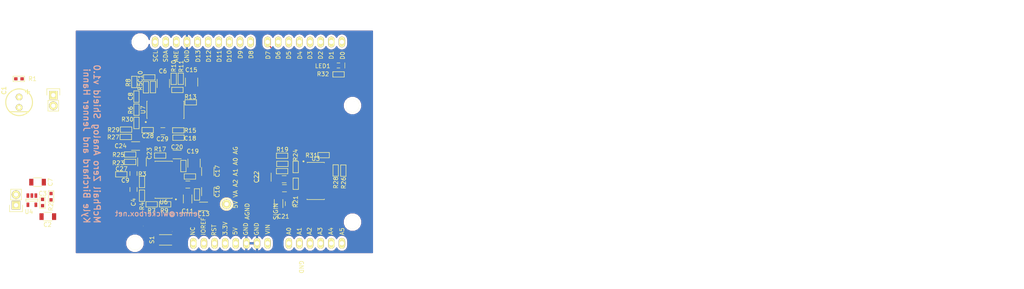
<source format=kicad_pcb>
(kicad_pcb (version 4) (host pcbnew 4.0.7-e2-6376~58~ubuntu16.04.1)
  (title_block (title "Project Title") (date 2017-08-14) (rev v1.0) (company "Released under the CERN Open Hardware License v1.2") (comment 1 "Project based on template adapted by jenner@wickerbox.net") (comment 2 "Original template by Jonathan (poulc13)"))
  (layers (0 F.Cu signal) (31 B.Cu signal) (34 B.Paste user) (35 F.Paste user) (36 B.SilkS user) (37 F.SilkS user) (38 B.Mask user) (39 F.Mask user) (44 Edge.Cuts user))
  (net 0 "")
  (net 1 GND)
  (net 2 +5V)
  (net 3 "Net-(C2-Pad1)")
  (net 4 "Net-(C4-Pad1)")
  (net 5 "Net-(C5-Pad1)")
  (net 6 "Net-(C11-Pad2)")
  (net 7 "Net-(C8-Pad1)")
  (net 8 "Net-(C8-Pad2)")
  (net 9 "Net-(C10-Pad1)")
  (net 10 "Net-(C11-Pad1)")
  (net 11 "Net-(C12-Pad1)")
  (net 12 "Net-(C12-Pad2)")
  (net 13 "Net-(C13-Pad1)")
  (net 14 "Net-(C15-Pad2)")
  (net 15 "Net-(C16-Pad1)")
  (net 16 "Net-(C17-Pad1)")
  (net 17 "Net-(C18-Pad2)")
  (net 18 "Net-(C19-Pad1)")
  (net 19 "Net-(C20-Pad1)")
  (net 20 "Net-(C21-Pad1)")
  (net 21 "Net-(C21-Pad2)")
  (net 22 /A0)
  (net 23 "Net-(C23-Pad1)")
  (net 24 "Net-(C24-Pad1)")
  (net 25 +3V3)
  (net 26 "Net-(C27-Pad1)")
  (net 27 "Net-(C28-Pad1)")
  (net 28 "Net-(C28-Pad2)")
  (net 29 "Net-(J2-Pad1)")
  (net 30 /A2)
  (net 31 /A1)
  (net 32 "Net-(LED1-Pad1)")
  (net 33 "Net-(R7-Pad2)")
  (net 34 "Net-(R22-Pad1)")
  (net 35 "Net-(R24-Pad1)")
  (net 36 "Net-(R31-Pad2)")
  (net 37 "Net-(U3-Pad12)")
  (net 38 /PHOTO_K)
  (net 39 /VREF)
  (net 40 /LINE_IN)
  (net 41 "Net-(LED1-Pad2)")
  (net 42 "Net-(S1-Pad1)")
  (module Wickerlib:RLC-0603-SMD (layer F.Cu) (at 92.99448 152.60504 270)
    (fp_text reference R28)
    (fp_text value 22K hide)
    (fp_text user %R (at 2.8836 -0.0508 270) (layer F.SilkS))
    (pad 1 smd rect (at -0.75 0 270) (size 0.8 0.75) (layers F.Cu F.Paste F.Mask) (net 30 /A2))
    (pad 2 smd rect (at 0.75 0 270) (size 0.8 0.75) (layers F.Cu F.Paste F.Mask) (net 31 /A1))
  )
  (module Wickerlib:CAP-RADIAL-ALUM-D6.3MM-P2.5MM (layer F.Cu) (at 17.2466 136.2148 270)
    (fp_text reference C1)
    (fp_text value 330uF hide)
    (fp_text user %R (at -2.825 3.625 270) (layer F.SilkS) (effects (font (size 1.016 1.016) (thickness 0.2032))))
    (pad 1 thru_hole circle (at -1.25 0 270) (size 1.6 1.6) (drill 0.8) (layers *.Cu *.Mask F.SilkS) (net 2 +5V))
    (pad 2 thru_hole circle (at 1.25 0 270) (size 1.6 1.6) (drill 0.8) (layers *.Cu *.Mask F.SilkS) (net 1 GND))
  )
  (module Wickerlib:RLC-0805-SMD (layer F.Cu) (at 80.663536 154.675254 180)
    (fp_text reference C25)
    (fp_text value 10uF hide)
    (pad 1 smd rect (at -1 0 180) (size 1 1.25) (layers F.Cu F.Paste F.Mask) (net 25 +3V3))
    (pad 2 smd rect (at 1 0 180) (size 1 1.25) (layers F.Cu F.Paste F.Mask) (net 1 GND))
  )
  (module Wickerlib:RLC-0603-SMD (layer F.Cu) (at 54.23408 130.57054 90)
    (fp_text reference R10)
    (fp_text value 732 hide)
    (fp_text user %R (at 3.0219 0 90) (layer F.SilkS))
    (pad 1 smd rect (at -0.75 0 90) (size 0.8 0.75) (layers F.Cu F.Paste F.Mask) (net 12 "Net-(C12-Pad2)"))
    (pad 2 smd rect (at 0.75 0 90) (size 0.8 0.75) (layers F.Cu F.Paste F.Mask) (net 9 "Net-(C10-Pad1)"))
  )
  (module Wickerlib:RLC-0603-SMD (layer F.Cu) (at 58.090309 154.012601 180)
    (fp_text reference R14)
    (fp_text value 470 hide)
    (pad 1 smd rect (at -0.75 0 180) (size 0.8 0.75) (layers F.Cu F.Paste F.Mask) (net 15 "Net-(C16-Pad1)"))
    (pad 2 smd rect (at 0.75 0 180) (size 0.8 0.75) (layers F.Cu F.Paste F.Mask) (net 39 /VREF))
  )
  (module Wickerlib:RLC-1206-SMD (layer F.Cu) (at 79.328694 160.509084 270)
    (fp_text reference C21 (at 3.082156 -1.118186 540) (layer F.SilkS))
    (fp_text value 4.7uF hide)
    (pad 1 smd rect (at -1.5 0 270) (size 1 1.6) (layers F.Cu F.Paste F.Mask) (net 20 "Net-(C21-Pad1)"))
    (pad 2 smd rect (at 1.5 0 270) (size 1 1.6) (layers F.Cu F.Paste F.Mask) (net 21 "Net-(C21-Pad2)"))
  )
  (module Wickerlib:RLC-1206-SMD (layer F.Cu) (at 24.11336 163.63188 180)
    (fp_text reference C2 (at 0.0748 -1.9304 360) (layer F.SilkS))
    (fp_text value DNP hide)
    (pad 1 smd rect (at -1.5 0 180) (size 1 1.6) (layers F.Cu F.Paste F.Mask) (net 3 "Net-(C2-Pad1)"))
    (pad 2 smd rect (at 1.5 0 180) (size 1 1.6) (layers F.Cu F.Paste F.Mask) (net 38 /PHOTO_K))
  )
  (module Wickerlib:RLC-0603-SMD (layer F.Cu) (at 22.849399 160.257709 90)
    (fp_text reference C3)
    (fp_text value 220nF hide)
    (fp_text user %R (at 2.16 0.03 180) (layer F.SilkS))
    (pad 1 smd rect (at -0.75 0 90) (size 0.8 0.75) (layers F.Cu F.Paste F.Mask) (net 2 +5V))
    (pad 2 smd rect (at 0.75 0 90) (size 0.8 0.75) (layers F.Cu F.Paste F.Mask) (net 1 GND))
  )
  (module Wickerlib:RLC-0805-SMD (layer F.Cu) (at 44.614909 157.124101 270)
    (fp_text reference C4)
    (fp_text value 1uF hide)
    (fp_text user %R (at 3.048 0 270) (layer F.SilkS))
    (pad 1 smd rect (at -1 0 270) (size 1 1.25) (layers F.Cu F.Paste F.Mask) (net 4 "Net-(C4-Pad1)"))
    (pad 2 smd rect (at 1 0 270) (size 1 1.25) (layers F.Cu F.Paste F.Mask) (net 1 GND))
  )
  (module Wickerlib:RLC-0603-SMD (layer F.Cu) (at 49.28108 132.61524 270)
    (fp_text reference C5)
    (fp_text value 39nF hide)
    (pad 1 smd rect (at -0.75 0 270) (size 0.8 0.75) (layers F.Cu F.Paste F.Mask) (net 5 "Net-(C5-Pad1)"))
    (pad 2 smd rect (at 0.75 0 270) (size 0.8 0.75) (layers F.Cu F.Paste F.Mask) (net 39 /VREF))
  )
  (module Wickerlib:RLC-1210-SMD (layer F.Cu) (at 51.75758 131.71284 90)
    (fp_text reference C6)
    (fp_text value 22uF hide)
    (fp_text user %R (at 2.945 -0.1143 180) (layer F.SilkS))
    (pad 1 smd rect (at -1.5 0 90) (size 1 2.5) (layers F.Cu F.Paste F.Mask) (net 39 /VREF))
    (pad 2 smd rect (at 1.5 0 90) (size 1 2.5) (layers F.Cu F.Paste F.Mask) (net 1 GND))
  )
  (module Wickerlib:RLC-1206-SMD (layer F.Cu) (at 21.659799 155.374109)
    (fp_text reference C7 (at 3.084892 0.000226 90) (layer F.SilkS))
    (fp_text value 1.5uF hide)
    (pad 1 smd rect (at -1.5 0) (size 1 1.6) (layers F.Cu F.Paste F.Mask) (net 6 "Net-(C11-Pad2)"))
    (pad 2 smd rect (at 1.5 0) (size 1 1.6) (layers F.Cu F.Paste F.Mask) (net 3 "Net-(C2-Pad1)"))
  )
  (module Wickerlib:RLC-0603-SMD (layer F.Cu) (at 45.318718 134.833402 90)
    (fp_text reference C8)
    (fp_text value 10nF hide)
    (fp_text user %R (at 0.020362 -1.397038 270) (layer F.SilkS))
    (pad 1 smd rect (at -0.75 0 90) (size 0.8 0.75) (layers F.Cu F.Paste F.Mask) (net 7 "Net-(C8-Pad1)"))
    (pad 2 smd rect (at 0.75 0 90) (size 0.8 0.75) (layers F.Cu F.Paste F.Mask) (net 8 "Net-(C8-Pad2)"))
  )
  (module Wickerlib:RLC-0805-SMD (layer F.Cu) (at 44.614909 153.298101 270)
    (fp_text reference C9)
    (fp_text value 1uF hide)
    (fp_text user %R (at 1.657139 1.963229 360) (layer F.SilkS))
    (pad 1 smd rect (at -1 0 270) (size 1 1.25) (layers F.Cu F.Paste F.Mask) (net 39 /VREF))
    (pad 2 smd rect (at 1 0 270) (size 1 1.25) (layers F.Cu F.Paste F.Mask) (net 1 GND))
  )
  (module Wickerlib:RLC-0603-SMD (layer F.Cu) (at 48.41748 130.25374)
    (fp_text reference C10)
    (fp_text value 270nF hide)
    (fp_text user %R (at -2.159 -0.1651 90) (layer F.SilkS))
    (pad 1 smd rect (at -0.75 0) (size 0.8 0.75) (layers F.Cu F.Paste F.Mask) (net 9 "Net-(C10-Pad1)"))
    (pad 2 smd rect (at 0.75 0) (size 0.8 0.75) (layers F.Cu F.Paste F.Mask) (net 39 /VREF))
  )
  (module Wickerlib:RLC-1206-SMD (layer F.Cu) (at 57.564909 159.397401 270)
    (fp_text reference C11 (at 2.918 -0.004 360) (layer F.SilkS))
    (fp_text value 1.5uF hide)
    (pad 1 smd rect (at -1.5 0 270) (size 1 1.6) (layers F.Cu F.Paste F.Mask) (net 10 "Net-(C11-Pad1)"))
    (pad 2 smd rect (at 1.5 0 270) (size 1 1.6) (layers F.Cu F.Paste F.Mask) (net 6 "Net-(C11-Pad2)"))
  )
  (module Wickerlib:RLC-0603-SMD (layer F.Cu) (at 55.09698 133.27634 180)
    (fp_text reference C12)
    (fp_text value 10nF hide)
    (pad 1 smd rect (at -0.75 0 180) (size 0.8 0.75) (layers F.Cu F.Paste F.Mask) (net 11 "Net-(C12-Pad1)"))
    (pad 2 smd rect (at 0.75 0 180) (size 0.8 0.75) (layers F.Cu F.Paste F.Mask) (net 12 "Net-(C12-Pad2)"))
  )
  (module Wickerlib:RLC-1206-SMD (layer F.Cu) (at 61.378909 161.188101 180)
    (fp_text reference C13 (at 0 -1.778 180) (layer F.SilkS))
    (fp_text value 1.5uF hide)
    (pad 1 smd rect (at -1.5 0 180) (size 1 1.6) (layers F.Cu F.Paste F.Mask) (net 13 "Net-(C13-Pad1)"))
    (pad 2 smd rect (at 1.5 0 180) (size 1 1.6) (layers F.Cu F.Paste F.Mask) (net 6 "Net-(C11-Pad2)"))
  )
  (module Wickerlib:RLC-0805-SMD (layer F.Cu) (at 57.603709 155.943001)
    (fp_text reference C14)
    (fp_text value 1uF hide)
    (pad 1 smd rect (at -1 0) (size 1 1.25) (layers F.Cu F.Paste F.Mask) (net 2 +5V))
    (pad 2 smd rect (at 1 0) (size 1 1.25) (layers F.Cu F.Paste F.Mask) (net 1 GND))
  )
  (module Wickerlib:RLC-1210-SMD (layer F.Cu) (at 62.394909 157.632101 270)
    (fp_text reference C16)
    (fp_text value 2.2uF hide)
    (fp_text user %R (at 0 -2.286 270) (layer F.SilkS))
    (pad 1 smd rect (at -1.5 0 270) (size 1 2.5) (layers F.Cu F.Paste F.Mask) (net 15 "Net-(C16-Pad1)"))
    (pad 2 smd rect (at 1.5 0 270) (size 1 2.5) (layers F.Cu F.Paste F.Mask) (net 13 "Net-(C13-Pad1)"))
  )
  (module Wickerlib:RLC-1210-SMD (layer F.Cu) (at 62.394909 152.806101 270)
    (fp_text reference C17)
    (fp_text value 2.2uF hide)
    (fp_text user %R (at -0.060661 -2.303971 450) (layer F.SilkS))
    (pad 1 smd rect (at -1.5 0 270) (size 1 2.5) (layers F.Cu F.Paste F.Mask) (net 16 "Net-(C17-Pad1)"))
    (pad 2 smd rect (at 1.5 0 270) (size 1 2.5) (layers F.Cu F.Paste F.Mask) (net 15 "Net-(C16-Pad1)"))
  )
  (module Wickerlib:RLC-0603-SMD (layer F.Cu) (at 55.35168 144.71904 180)
    (fp_text reference C18)
    (fp_text value 33pF hide)
    (fp_text user %R (at -2.8194 -0.1524 180) (layer F.SilkS))
    (pad 1 smd rect (at -0.75 0 180) (size 0.8 0.75) (layers F.Cu F.Paste F.Mask) (net 40 /LINE_IN))
    (pad 2 smd rect (at 0.75 0 180) (size 0.8 0.75) (layers F.Cu F.Paste F.Mask) (net 17 "Net-(C18-Pad2)"))
  )
  (module Wickerlib:RLC-1210-SMD (layer F.Cu) (at 59.105609 150.810801 270)
    (fp_text reference C19)
    (fp_text value 2.2uF hide)
    (fp_text user %R (at -2.840561 0.324929 360) (layer F.SilkS))
    (pad 1 smd rect (at -1.5 0 270) (size 1 2.5) (layers F.Cu F.Paste F.Mask) (net 18 "Net-(C19-Pad1)"))
    (pad 2 smd rect (at 1.5 0 270) (size 1 2.5) (layers F.Cu F.Paste F.Mask) (net 15 "Net-(C16-Pad1)"))
  )
  (module Wickerlib:RLC-1206-SMD (layer F.Cu) (at 55.052909 148.742101)
    (fp_text reference C20 (at -0.024 -1.778) (layer F.SilkS))
    (fp_text value 4.7uF hide)
    (pad 1 smd rect (at -1.5 0) (size 1 1.6) (layers F.Cu F.Paste F.Mask) (net 19 "Net-(C20-Pad1)"))
    (pad 2 smd rect (at 1.5 0) (size 1 1.6) (layers F.Cu F.Paste F.Mask) (net 18 "Net-(C19-Pad1)"))
  )
  (module Wickerlib:RLC-1206-SMD (layer F.Cu) (at 46.646909 150.544101 90)
    (fp_text reference C23 (at 2.056 1.778 90) (layer F.SilkS))
    (fp_text value 4.7uF hide)
    (pad 1 smd rect (at -1.5 0 90) (size 1 1.6) (layers F.Cu F.Paste F.Mask) (net 23 "Net-(C23-Pad1)"))
    (pad 2 smd rect (at 1.5 0 90) (size 1 1.6) (layers F.Cu F.Paste F.Mask) (net 19 "Net-(C20-Pad1)"))
  )
  (module Wickerlib:RLC-1206-SMD (layer F.Cu) (at 45.122909 146.710101)
    (fp_text reference C24 (at -3.588829 -0.009861 180) (layer F.SilkS))
    (fp_text value 4.7uF hide)
    (pad 1 smd rect (at -1.5 0) (size 1 1.6) (layers F.Cu F.Paste F.Mask) (net 24 "Net-(C24-Pad1)"))
    (pad 2 smd rect (at 1.5 0) (size 1 1.6) (layers F.Cu F.Paste F.Mask) (net 19 "Net-(C20-Pad1)"))
  )
  (module Wickerlib:RLC-0603-SMD (layer F.Cu) (at 83.441536 155.779454 270)
    (fp_text reference C26)
    (fp_text value 100nF hide)
    (pad 1 smd rect (at -0.75 0 270) (size 0.8 0.75) (layers F.Cu F.Paste F.Mask) (net 25 +3V3))
    (pad 2 smd rect (at 0.75 0 270) (size 0.8 0.75) (layers F.Cu F.Paste F.Mask) (net 1 GND))
  )
  (module Wickerlib:RLC-0603-SMD (layer F.Cu) (at 41.731309 153.491901)
    (fp_text reference C27)
    (fp_text value 22nF hide)
    (fp_text user %R (at 0.005971 -1.305261) (layer F.SilkS))
    (pad 1 smd rect (at -0.75 0) (size 0.8 0.75) (layers F.Cu F.Paste F.Mask) (net 26 "Net-(C27-Pad1)"))
    (pad 2 smd rect (at 0.75 0) (size 0.8 0.75) (layers F.Cu F.Paste F.Mask) (net 39 /VREF))
  )
  (module Wickerlib:RLC-0603-SMD (layer F.Cu) (at 48.03718 142.90294)
    (fp_text reference C28)
    (fp_text value 10nF hide)
    (fp_text user %R (at 0 1.397) (layer F.SilkS))
    (pad 1 smd rect (at -0.75 0) (size 0.8 0.75) (layers F.Cu F.Paste F.Mask) (net 27 "Net-(C28-Pad1)"))
    (pad 2 smd rect (at 0.75 0) (size 0.8 0.75) (layers F.Cu F.Paste F.Mask) (net 28 "Net-(C28-Pad2)"))
  )
  (module Wickerlib:RLC-0805-SMD (layer F.Cu) (at 51.64658 143.15694)
    (fp_text reference C29)
    (fp_text value 1uF hide)
    (fp_text user %R (at -0.1049 1.8669) (layer F.SilkS))
    (pad 1 smd rect (at -1 0) (size 1 1.25) (layers F.Cu F.Paste F.Mask) (net 2 +5V))
    (pad 2 smd rect (at 1 0) (size 1 1.25) (layers F.Cu F.Paste F.Mask) (net 1 GND))
  )
  (module Wickerlib:CONN-HEADER-STRAIGHT-P2.54MM-1x02 (layer F.Cu) (at 16.50746 160.88868 180)
    (fp_text reference J1)
    (fp_text value "INSECT DETECTION" hide)
    (pad 1 thru_hole rect (at 0 0 180) (size 2.032 2.032) (drill 1.016) (layers *.Cu *.Mask F.SilkS) (net 38 /PHOTO_K))
    (pad 2 thru_hole oval (at 0 2.54 180) (size 2.032 2.032) (drill 1.016) (layers *.Cu *.Mask F.SilkS) (net 1 GND))
  )
  (module Wickerlib:CONN-HEADER-STRAIGHT-P2.54MM-1x02 (layer F.Cu) (at 25.4254 134.5184)
    (fp_text reference J2)
    (fp_text value EMITTERS hide)
    (pad 1 thru_hole rect (at 0 0) (size 2.032 2.032) (drill 1.016) (layers *.Cu *.Mask F.SilkS) (net 29 "Net-(J2-Pad1)"))
    (pad 2 thru_hole oval (at 0 2.54) (size 2.032 2.032) (drill 1.016) (layers *.Cu *.Mask F.SilkS) (net 1 GND))
  )
  (module Wickerlib:LED-0603-SMD (layer F.Cu) (at 93.6618 127.4064 180)
    (fp_text reference LED1)
    (fp_text value AMBER hide)
    (fp_text user %R (at 3.77882 -0.1143 360) (layer F.SilkS))
    (pad 1 smd rect (at -0.75 0 180) (size 0.8 0.75) (layers F.Cu F.Paste F.Mask) (net 32 "Net-(LED1-Pad1)"))
    (pad 2 smd rect (at 0.75 0 180) (size 0.8 0.75) (layers F.Cu F.Paste F.Mask) (net 41 "Net-(LED1-Pad2)"))
  )
  (module Wickerlib:RLC-0603-SMD (layer F.Cu) (at 17.2078 130.6068)
    (fp_text reference R1)
    (fp_text value 220 hide)
    (fp_text user %R (at 3.2392 0) (layer F.SilkS))
    (pad 1 smd rect (at -0.75 0) (size 0.8 0.75) (layers F.Cu F.Paste F.Mask) (net 2 +5V))
    (pad 2 smd rect (at 0.75 0) (size 0.8 0.75) (layers F.Cu F.Paste F.Mask) (net 29 "Net-(J2-Pad1)"))
  )
  (module Wickerlib:RLC-0603-SMD (layer F.Cu) (at 24.889399 158.857709 270)
    (fp_text reference R2)
    (fp_text value 64.9K hide)
    (fp_text user %R (at 2.462771 0.038039 450) (layer F.SilkS))
    (pad 1 smd rect (at -0.75 0 270) (size 0.8 0.75) (layers F.Cu F.Paste F.Mask) (net 3 "Net-(C2-Pad1)"))
    (pad 2 smd rect (at 0.75 0 270) (size 0.8 0.75) (layers F.Cu F.Paste F.Mask) (net 38 /PHOTO_K))
  )
  (module Wickerlib:RLC-0603-SMD (layer F.Cu) (at 46.646909 155.358101 270)
    (fp_text reference R3)
    (fp_text value 100K hide)
    (fp_text user %R (at -1.926861 -0.068771 360) (layer F.SilkS))
    (pad 1 smd rect (at -0.75 0 270) (size 0.8 0.75) (layers F.Cu F.Paste F.Mask) (net 2 +5V))
    (pad 2 smd rect (at 0.75 0 270) (size 0.8 0.75) (layers F.Cu F.Paste F.Mask) (net 4 "Net-(C4-Pad1)"))
  )
  (module Wickerlib:RLC-0603-SMD (layer F.Cu) (at 46.646909 158.648101 270)
    (fp_text reference R4)
    (fp_text value 100K hide)
    (fp_text user %R (at 2.4645 0 270) (layer F.SilkS))
    (pad 1 smd rect (at -0.75 0 270) (size 0.8 0.75) (layers F.Cu F.Paste F.Mask) (net 4 "Net-(C4-Pad1)"))
    (pad 2 smd rect (at 0.75 0 270) (size 0.8 0.75) (layers F.Cu F.Paste F.Mask) (net 1 GND))
  )
  (module Wickerlib:RLC-0603-SMD (layer F.Cu) (at 47.59198 132.59124 90)
    (fp_text reference R5)
    (fp_text value 1.87K hide)
    (fp_text user %R (at 0.1658 -1.3843 90) (layer F.SilkS))
    (pad 1 smd rect (at -0.75 0 90) (size 0.8 0.75) (layers F.Cu F.Paste F.Mask) (net 8 "Net-(C8-Pad2)"))
    (pad 2 smd rect (at 0.75 0 90) (size 0.8 0.75) (layers F.Cu F.Paste F.Mask) (net 5 "Net-(C5-Pad1)"))
  )
  (module Wickerlib:RLC-0603-SMD (layer F.Cu) (at 45.33138 138.02544 270)
    (fp_text reference R6)
    (fp_text value 3.83K hide)
    (fp_text user %R (at 0.0882 1.4097 270) (layer F.SilkS))
    (pad 1 smd rect (at -0.75 0 270) (size 0.8 0.75) (layers F.Cu F.Paste F.Mask) (net 7 "Net-(C8-Pad1)"))
    (pad 2 smd rect (at 0.75 0 270) (size 0.8 0.75) (layers F.Cu F.Paste F.Mask) (net 5 "Net-(C5-Pad1)"))
  )
  (module Wickerlib:RLC-0603-SMD (layer F.Cu) (at 48.920909 160.680101 180)
    (fp_text reference R7)
    (fp_text value 10 hide)
    (fp_text user %R (at -0.012 -1.524 180) (layer F.SilkS))
    (pad 1 smd rect (at -0.75 0 180) (size 0.8 0.75) (layers F.Cu F.Paste F.Mask) (net 39 /VREF))
    (pad 2 smd rect (at 0.75 0 180) (size 0.8 0.75) (layers F.Cu F.Paste F.Mask) (net 33 "Net-(R7-Pad2)"))
  )
  (module Wickerlib:RLC-0603-SMD (layer F.Cu) (at 44.81068 131.38474 270)
    (fp_text reference R8)
    (fp_text value 1.43K hide)
    (fp_text user %R (at 0.1263 1.4478 270) (layer F.SilkS))
    (pad 1 smd rect (at -0.75 0 270) (size 0.8 0.75) (layers F.Cu F.Paste F.Mask) (net 9 "Net-(C10-Pad1)"))
    (pad 2 smd rect (at 0.75 0 270) (size 0.8 0.75) (layers F.Cu F.Paste F.Mask) (net 7 "Net-(C8-Pad1)"))
  )
  (module Wickerlib:RLC-0603-SMD (layer F.Cu) (at 52.150017 160.680101 180)
    (fp_text reference R9)
    (fp_text value 1.02K hide)
    (fp_text user %R (at 0.169108 -1.524 180) (layer F.SilkS))
    (pad 1 smd rect (at -0.75 0 180) (size 0.8 0.75) (layers F.Cu F.Paste F.Mask) (net 6 "Net-(C11-Pad2)"))
    (pad 2 smd rect (at 0.75 0 180) (size 0.8 0.75) (layers F.Cu F.Paste F.Mask) (net 39 /VREF))
  )
  (module Wickerlib:RLC-0603-SMD (layer F.Cu) (at 55.92318 130.55854 90)
    (fp_text reference R11)
    (fp_text value 1.43K hide)
    (fp_text user %R (at 2.9591 0.0889 90) (layer F.SilkS))
    (pad 1 smd rect (at -0.75 0 90) (size 0.8 0.75) (layers F.Cu F.Paste F.Mask) (net 11 "Net-(C12-Pad1)"))
    (pad 2 smd rect (at 0.75 0 90) (size 0.8 0.75) (layers F.Cu F.Paste F.Mask) (net 9 "Net-(C10-Pad1)"))
  )
  (module Wickerlib:RLC-0603-SMD (layer F.Cu) (at 59.814909 158.292101 90)
    (fp_text reference R12)
    (fp_text value 2.26K hide)
    (pad 1 smd rect (at -0.75 0 90) (size 0.8 0.75) (layers F.Cu F.Paste F.Mask) (net 13 "Net-(C13-Pad1)"))
    (pad 2 smd rect (at 0.75 0 90) (size 0.8 0.75) (layers F.Cu F.Paste F.Mask) (net 10 "Net-(C11-Pad1)"))
  )
  (module Wickerlib:RLC-0603-SMD (layer F.Cu) (at 58.28608 136.23544 180)
    (fp_text reference R13)
    (fp_text value 10K hide)
    (fp_text user %R (at 0.0388 1.3208 180) (layer F.SilkS))
    (pad 1 smd rect (at -0.75 0 180) (size 0.8 0.75) (layers F.Cu F.Paste F.Mask) (net 14 "Net-(C15-Pad2)"))
    (pad 2 smd rect (at 0.75 0 180) (size 0.8 0.75) (layers F.Cu F.Paste F.Mask) (net 17 "Net-(C18-Pad2)"))
  )
  (module Wickerlib:RLC-0603-SMD (layer F.Cu) (at 55.30158 142.95374 180)
    (fp_text reference R15)
    (fp_text value 97.6K hide)
    (fp_text user %R (at -2.8949 -0.0381 180) (layer F.SilkS))
    (pad 1 smd rect (at -0.75 0 180) (size 0.8 0.75) (layers F.Cu F.Paste F.Mask) (net 40 /LINE_IN))
    (pad 2 smd rect (at 0.75 0 180) (size 0.8 0.75) (layers F.Cu F.Paste F.Mask) (net 17 "Net-(C18-Pad2)"))
  )
  (module Wickerlib:RLC-0603-SMD (layer F.Cu) (at 56.552909 151.548101 270)
    (fp_text reference R16)
    (fp_text value 2.26K hide)
    (pad 1 smd rect (at -0.75 0 270) (size 0.8 0.75) (layers F.Cu F.Paste F.Mask) (net 18 "Net-(C19-Pad1)"))
    (pad 2 smd rect (at 0.75 0 270) (size 0.8 0.75) (layers F.Cu F.Paste F.Mask) (net 16 "Net-(C17-Pad1)"))
  )
  (module Wickerlib:RLC-0603-SMD (layer F.Cu) (at 50.952909 148.996101 180)
    (fp_text reference R17)
    (fp_text value 68 hide)
    (fp_text user %R (at -0.012 1.524 180) (layer F.SilkS))
    (pad 1 smd rect (at -0.75 0 180) (size 0.8 0.75) (layers F.Cu F.Paste F.Mask) (net 19 "Net-(C20-Pad1)"))
    (pad 2 smd rect (at 0.75 0 180) (size 0.8 0.75) (layers F.Cu F.Paste F.Mask) (net 39 /VREF))
  )
  (module Wickerlib:RLC-0603-SMD (layer F.Cu) (at 80.138836 152.732154 180)
    (fp_text reference R18)
    (fp_text value 91K hide)
    (pad 1 smd rect (at -0.75 0 180) (size 0.8 0.75) (layers F.Cu F.Paste F.Mask) (net 25 +3V3))
    (pad 2 smd rect (at 0.75 0 180) (size 0.8 0.75) (layers F.Cu F.Paste F.Mask) (net 22 /A0))
  )
  (module Wickerlib:RLC-0603-SMD (layer F.Cu) (at 80.20488 149.03704)
    (fp_text reference R19)
    (fp_text value 91K hide)
    (fp_text user %R (at 0.0388 -1.4732) (layer F.SilkS))
    (pad 1 smd rect (at -0.75 0) (size 0.8 0.75) (layers F.Cu F.Paste F.Mask) (net 22 /A0))
    (pad 2 smd rect (at 0.75 0) (size 0.8 0.75) (layers F.Cu F.Paste F.Mask) (net 1 GND))
  )
  (module Wickerlib:RLC-0805-SMD (layer F.Cu) (at 80.736436 156.834254)
    (fp_text reference R20)
    (fp_text value 200K hide)
    (pad 1 smd rect (at -1 0) (size 1 1.25) (layers F.Cu F.Paste F.Mask) (net 25 +3V3))
    (pad 2 smd rect (at 1 0) (size 1 1.25) (layers F.Cu F.Paste F.Mask) (net 20 "Net-(C21-Pad1)"))
  )
  (module Wickerlib:RLC-0805-SMD (layer F.Cu) (at 81.792494 160.529784 270)
    (fp_text reference R21)
    (fp_text value 200K hide)
    (fp_text user %R (at -0.469144 -1.626186 270) (layer F.SilkS))
    (pad 1 smd rect (at -1 0 270) (size 1 1.25) (layers F.Cu F.Paste F.Mask) (net 20 "Net-(C21-Pad1)"))
    (pad 2 smd rect (at 1 0 270) (size 1 1.25) (layers F.Cu F.Paste F.Mask) (net 21 "Net-(C21-Pad2)"))
  )
  (module Wickerlib:RLC-0603-SMD (layer F.Cu) (at 80.215036 150.992254 180)
    (fp_text reference R22)
    (fp_text value 2.2K hide)
    (pad 1 smd rect (at -0.75 0 180) (size 0.8 0.75) (layers F.Cu F.Paste F.Mask) (net 34 "Net-(R22-Pad1)"))
    (pad 2 smd rect (at 0.75 0 180) (size 0.8 0.75) (layers F.Cu F.Paste F.Mask) (net 22 /A0))
  )
  (module Wickerlib:RLC-0603-SMD (layer F.Cu) (at 43.840909 150.520101)
    (fp_text reference R23)
    (fp_text value 2.26K hide)
    (fp_text user %R (at -2.8709 0.2667) (layer F.SilkS))
    (pad 1 smd rect (at -0.75 0) (size 0.8 0.75) (layers F.Cu F.Paste F.Mask) (net 24 "Net-(C24-Pad1)"))
    (pad 2 smd rect (at 0.75 0) (size 0.8 0.75) (layers F.Cu F.Paste F.Mask) (net 23 "Net-(C23-Pad1)"))
  )
  (module Wickerlib:RLC-0603-SMD (layer F.Cu) (at 83.428836 151.766254 270)
    (fp_text reference R24)
    (fp_text value 22K hide)
    (fp_text user %R (at -2.881614 0.035556 270) (layer F.SilkS))
    (pad 1 smd rect (at -0.75 0 270) (size 0.8 0.75) (layers F.Cu F.Paste F.Mask) (net 35 "Net-(R24-Pad1)"))
    (pad 2 smd rect (at 0.75 0 270) (size 0.8 0.75) (layers F.Cu F.Paste F.Mask) (net 34 "Net-(R22-Pad1)"))
  )
  (module Wickerlib:RLC-0603-SMD (layer F.Cu) (at 43.840909 148.742101)
    (fp_text reference R25)
    (fp_text value 4.32K hide)
    (fp_text user %R (at -2.840229 0.066339) (layer F.SilkS))
    (pad 1 smd rect (at -0.75 0) (size 0.8 0.75) (layers F.Cu F.Paste F.Mask) (net 26 "Net-(C27-Pad1)"))
    (pad 2 smd rect (at 0.75 0) (size 0.8 0.75) (layers F.Cu F.Paste F.Mask) (net 24 "Net-(C24-Pad1)"))
  )
  (module Wickerlib:RLC-0603-SMD (layer F.Cu) (at 94.82328 152.58104 90)
    (fp_text reference R26)
    (fp_text value 2.2K hide)
    (fp_text user %R (at -2.973086 0.078744 90) (layer F.SilkS))
    (pad 1 smd rect (at -0.75 0 90) (size 0.8 0.75) (layers F.Cu F.Paste F.Mask) (net 31 /A1))
    (pad 2 smd rect (at 0.75 0 90) (size 0.8 0.75) (layers F.Cu F.Paste F.Mask) (net 35 "Net-(R24-Pad1)"))
  )
  (module Wickerlib:RLC-0603-SMD (layer F.Cu) (at 42.745851 144.531379 180)
    (fp_text reference R27)
    (fp_text value 2.94K hide)
    (fp_text user %R (at 2.9725 -0.0635 180) (layer F.SilkS))
    (pad 1 smd rect (at -0.75 0 180) (size 0.8 0.75) (layers F.Cu F.Paste F.Mask) (net 28 "Net-(C28-Pad2)"))
    (pad 2 smd rect (at 0.75 0 180) (size 0.8 0.75) (layers F.Cu F.Paste F.Mask) (net 26 "Net-(C27-Pad1)"))
  )
  (module Wickerlib:RLC-0603-SMD (layer F.Cu) (at 42.808651 142.778779 180)
    (fp_text reference R29)
    (fp_text value 4.32K hide)
    (fp_text user %R (at 2.9725 -0.0635 180) (layer F.SilkS))
    (pad 1 smd rect (at -0.75 0 180) (size 0.8 0.75) (layers F.Cu F.Paste F.Mask) (net 27 "Net-(C28-Pad1)"))
    (pad 2 smd rect (at 0.75 0 180) (size 0.8 0.75) (layers F.Cu F.Paste F.Mask) (net 26 "Net-(C27-Pad1)"))
  )
  (module Wickerlib:RLC-0603-SMD (layer F.Cu) (at 45.33138 141.21314 270)
    (fp_text reference R30)
    (fp_text value 3.83K hide)
    (fp_text user %R (at -0.8883 2.1717 360) (layer F.SilkS))
    (pad 1 smd rect (at -0.75 0 270) (size 0.8 0.75) (layers F.Cu F.Paste F.Mask) (net 5 "Net-(C5-Pad1)"))
    (pad 2 smd rect (at 0.75 0 270) (size 0.8 0.75) (layers F.Cu F.Paste F.Mask) (net 27 "Net-(C28-Pad1)"))
  )
  (module Wickerlib:RLC-0603-SMD (layer F.Cu) (at 90.1326 148.8948)
    (fp_text reference R31)
    (fp_text value "0 ohm" hide)
    (fp_text user %R (at -2.933 0.0508) (layer F.SilkS))
    (pad 1 smd rect (at -0.75 0) (size 0.8 0.75) (layers F.Cu F.Paste F.Mask) (net 25 +3V3))
    (pad 2 smd rect (at 0.75 0) (size 0.8 0.75) (layers F.Cu F.Paste F.Mask) (net 36 "Net-(R31-Pad2)"))
  )
  (module Wickerlib:RLC-0603-SMD (layer F.Cu) (at 93.6498 129.54 180)
    (fp_text reference R32)
    (fp_text value 220 hide)
    (fp_text user %R (at 3.695 0.0762 360) (layer F.SilkS))
    (pad 1 smd rect (at -0.75 0 180) (size 0.8 0.75) (layers F.Cu F.Paste F.Mask) (net 32 "Net-(LED1-Pad1)"))
    (pad 2 smd rect (at 0.75 0 180) (size 0.8 0.75) (layers F.Cu F.Paste F.Mask) (net 1 GND))
  )
  (module Wickerlib:SWITCH-OMRON-MOMENTARY-SMD-B3U-1000P (layer F.Cu) (at 53.8952 169.2148 180)
    (fp_text reference S1)
    (fp_text value RESET hide)
    (fp_text user %R (at 4.8732 0.0254 450) (layer F.SilkS))
    (pad 2 smd rect (at 3.4 0 180) (size 0.8 1.7) (layers F.Cu F.Paste F.Mask) (net 1 GND))
    (pad 1 smd rect (at 0 0 180) (size 0.8 1.7) (layers F.Cu F.Paste F.Mask) (net 42 "Net-(S1-Pad1)"))
  )
  (module Wickerlib:SOT-23-5 (layer F.Cu) (at 20.299625 159.692817 270)
    (fp_text reference U4)
    (fp_text value MCP6001 hide)
    (fp_text user %R (at 2.770663 0.706065 360) (layer F.SilkS))
    (pad 1 smd rect (at -1.1 -0.95 270) (size 1.06 0.65) (layers F.Cu F.Paste F.Mask) (net 3 "Net-(C2-Pad1)"))
    (pad 2 smd rect (at -1.1 0 270) (size 1.06 0.65) (layers F.Cu F.Paste F.Mask) (net 1 GND))
    (pad 3 smd rect (at -1.1 0.95 270) (size 1.06 0.65) (layers F.Cu F.Paste F.Mask) (net 1 GND))
    (pad 4 smd rect (at 1.1 0.95 270) (size 1.06 0.65) (layers F.Cu F.Paste F.Mask) (net 38 /PHOTO_K))
    (pad 5 smd rect (at 1.1 -0.95 270) (size 1.06 0.65) (layers F.Cu F.Paste F.Mask) (net 2 +5V))
  )
  (module Wickerlib:RLC-1210-SMD (layer F.Cu) (at 76.073 154.178 270)
    (fp_text reference C22)
    (fp_text value 2.2uF hide)
    (fp_text user %R (at -0.0508 2.032 450) (layer F.SilkS))
    (pad 1 smd rect (at -1.5 0 270) (size 1 2.5) (layers F.Cu F.Paste F.Mask) (net 22 /A0))
    (pad 2 smd rect (at 1.5 0 270) (size 1 2.5) (layers F.Cu F.Paste F.Mask) (net 40 /LINE_IN))
  )
  (module Wickerlib:RLC-1210-SMD (layer F.Cu) (at 58.51398 131.38544 270)
    (fp_text reference C15)
    (fp_text value 22uF hide)
    (fp_text user %R (at -2.9224 0.0635 360) (layer F.SilkS))
    (pad 1 smd rect (at -1.5 0 270) (size 1 2.5) (layers F.Cu F.Paste F.Mask) (net 11 "Net-(C12-Pad1)"))
    (pad 2 smd rect (at 1.5 0 270) (size 1 2.5) (layers F.Cu F.Paste F.Mask) (net 14 "Net-(C15-Pad2)"))
  )
  (module Wickerlib:SOIC-14-3.9x8.7MM-P1.27MM (layer F.Cu) (at 88.211636 155.081654)
    (fp_text reference U3)
    (fp_text value TLV274 hide)
    (fp_text user %R (at 0 -5.333414) (layer F.SilkS))
    (pad 1 smd rect (at -2.7 -3.81) (size 1.5 0.6) (layers F.Cu F.Paste F.Mask) (net 35 "Net-(R24-Pad1)"))
    (pad 2 smd rect (at -2.7 -2.54) (size 1.5 0.6) (layers F.Cu F.Paste F.Mask) (net 34 "Net-(R22-Pad1)"))
    (pad 3 smd rect (at -2.7 -1.27) (size 1.5 0.6) (layers F.Cu F.Paste F.Mask) (net 37 "Net-(U3-Pad12)"))
    (pad 4 smd rect (at -2.7 0) (size 1.5 0.6) (layers F.Cu F.Paste F.Mask) (net 25 +3V3))
    (pad 5 smd rect (at -2.7 1.27) (size 1.5 0.6) (layers F.Cu F.Paste F.Mask) (net 20 "Net-(C21-Pad1)"))
    (pad 6 smd rect (at -2.7 2.54) (size 1.5 0.6) (layers F.Cu F.Paste F.Mask) (net 37 "Net-(U3-Pad12)"))
    (pad 7 smd rect (at -2.7 3.81) (size 1.5 0.6) (layers F.Cu F.Paste F.Mask) (net 37 "Net-(U3-Pad12)"))
    (pad 8 smd rect (at 2.7 3.81) (size 1.5 0.6) (layers F.Cu F.Paste F.Mask))
    (pad 9 smd rect (at 2.7 2.54) (size 1.5 0.6) (layers F.Cu F.Paste F.Mask))
    (pad 10 smd rect (at 2.7 1.27) (size 1.5 0.6) (layers F.Cu F.Paste F.Mask))
    (pad 11 smd rect (at 2.7 0) (size 1.5 0.6) (layers F.Cu F.Paste F.Mask) (net 1 GND))
    (pad 12 smd rect (at 2.7 -1.27) (size 1.5 0.6) (layers F.Cu F.Paste F.Mask) (net 37 "Net-(U3-Pad12)"))
    (pad 13 smd rect (at 2.7 -2.54) (size 1.5 0.6) (layers F.Cu F.Paste F.Mask) (net 31 /A1))
    (pad 14 smd rect (at 2.7 -3.81) (size 1.5 0.6) (layers F.Cu F.Paste F.Mask) (net 30 /A2))
  )
  (module Wickerlib:CONN-HEADER-STRAIGHT-P2.54MM-1x01 (layer F.Cu) (at 66.88328 160.63214 180)
    (fp_text reference J3 hide)
    (fp_text value VREF hide)
    (pad 1 thru_hole circle (at 0 0 180) (size 2.2352 2.2352) (drill 1.016) (layers *.Cu *.Mask F.SilkS) (net 39 /VREF))
  )
  (module Wickerlib:SOIC-14-3.9x8.7MM-P1.27MM (layer F.Cu) (at 51.83888 154.80284 180)
    (fp_text reference U6)
    (fp_text value MCP6004 hide)
    (fp_text user %R (at 0 -5.333414 180) (layer F.SilkS))
    (pad 1 smd rect (at -2.7 -3.81 180) (size 1.5 0.6) (layers F.Cu F.Paste F.Mask) (net 13 "Net-(C13-Pad1)"))
    (pad 2 smd rect (at -2.7 -2.54 180) (size 1.5 0.6) (layers F.Cu F.Paste F.Mask) (net 10 "Net-(C11-Pad1)"))
    (pad 3 smd rect (at -2.7 -1.27 180) (size 1.5 0.6) (layers F.Cu F.Paste F.Mask) (net 39 /VREF))
    (pad 4 smd rect (at -2.7 0 180) (size 1.5 0.6) (layers F.Cu F.Paste F.Mask) (net 2 +5V))
    (pad 5 smd rect (at -2.7 1.27 180) (size 1.5 0.6) (layers F.Cu F.Paste F.Mask) (net 39 /VREF))
    (pad 6 smd rect (at -2.7 2.54 180) (size 1.5 0.6) (layers F.Cu F.Paste F.Mask) (net 8 "Net-(C8-Pad2)"))
    (pad 7 smd rect (at -2.7 3.81 180) (size 1.5 0.6) (layers F.Cu F.Paste F.Mask) (net 7 "Net-(C8-Pad1)"))
    (pad 8 smd rect (at 2.7 3.81 180) (size 1.5 0.6) (layers F.Cu F.Paste F.Mask) (net 11 "Net-(C12-Pad1)"))
    (pad 9 smd rect (at 2.7 2.54 180) (size 1.5 0.6) (layers F.Cu F.Paste F.Mask) (net 12 "Net-(C12-Pad2)"))
    (pad 10 smd rect (at 2.7 1.27 180) (size 1.5 0.6) (layers F.Cu F.Paste F.Mask) (net 39 /VREF))
    (pad 11 smd rect (at 2.7 0 180) (size 1.5 0.6) (layers F.Cu F.Paste F.Mask) (net 1 GND))
    (pad 12 smd rect (at 2.7 -1.27 180) (size 1.5 0.6) (layers F.Cu F.Paste F.Mask) (net 4 "Net-(C4-Pad1)"))
    (pad 13 smd rect (at 2.7 -2.54 180) (size 1.5 0.6) (layers F.Cu F.Paste F.Mask) (net 33 "Net-(R7-Pad2)"))
    (pad 14 smd rect (at 2.7 -3.81 180) (size 1.5 0.6) (layers F.Cu F.Paste F.Mask) (net 33 "Net-(R7-Pad2)"))
  )
  (module Wickerlib:SOIC-14-3.9x8.7MM-P1.27MM (layer F.Cu) (at 52.25288 138.04644 90)
    (fp_text reference U7)
    (fp_text value MCP6004 hide)
    (fp_text user %R (at 0 -5.333414 90) (layer F.SilkS))
    (pad 1 smd rect (at -2.7 -3.81 90) (size 1.5 0.6) (layers F.Cu F.Paste F.Mask) (net 27 "Net-(C28-Pad1)"))
    (pad 2 smd rect (at -2.7 -2.54 90) (size 1.5 0.6) (layers F.Cu F.Paste F.Mask) (net 28 "Net-(C28-Pad2)"))
    (pad 3 smd rect (at -2.7 -1.27 90) (size 1.5 0.6) (layers F.Cu F.Paste F.Mask) (net 39 /VREF))
    (pad 4 smd rect (at -2.7 0 90) (size 1.5 0.6) (layers F.Cu F.Paste F.Mask) (net 2 +5V))
    (pad 5 smd rect (at -2.7 1.27 90) (size 1.5 0.6) (layers F.Cu F.Paste F.Mask) (net 39 /VREF))
    (pad 6 smd rect (at -2.7 2.54 90) (size 1.5 0.6) (layers F.Cu F.Paste F.Mask) (net 16 "Net-(C17-Pad1)"))
    (pad 7 smd rect (at -2.7 3.81 90) (size 1.5 0.6) (layers F.Cu F.Paste F.Mask) (net 18 "Net-(C19-Pad1)"))
    (pad 8 smd rect (at 2.7 3.81 90) (size 1.5 0.6) (layers F.Cu F.Paste F.Mask) (net 24 "Net-(C24-Pad1)"))
    (pad 9 smd rect (at 2.7 2.54 90) (size 1.5 0.6) (layers F.Cu F.Paste F.Mask) (net 23 "Net-(C23-Pad1)"))
    (pad 10 smd rect (at 2.7 1.27 90) (size 1.5 0.6) (layers F.Cu F.Paste F.Mask) (net 39 /VREF))
    (pad 11 smd rect (at 2.7 0 90) (size 1.5 0.6) (layers F.Cu F.Paste F.Mask) (net 1 GND))
    (pad 12 smd rect (at 2.7 -1.27 90) (size 1.5 0.6) (layers F.Cu F.Paste F.Mask) (net 39 /VREF))
    (pad 13 smd rect (at 2.7 -2.54 90) (size 1.5 0.6) (layers F.Cu F.Paste F.Mask) (net 17 "Net-(C18-Pad2)"))
    (pad 14 smd rect (at 2.7 -3.81 90) (size 1.5 0.6) (layers F.Cu F.Paste F.Mask) (net 40 /LINE_IN))
  )
  (module Wickerlib:ARDUINO-UNO-SHIELD (layer F.Cu) (at 30.988 172.5676)
    (fp_text reference U10)
    (fp_text value ARDUINO-101-SHIELD hide)
    (fp_text user IOREF (at 30.353 -6.604 90) (layer F.SilkS))
    (fp_text user NC (at 27.793 -5.461 90) (layer F.SilkS))
    (fp_text user RST (at 32.893 -5.715 90) (layer F.SilkS))
    (fp_text user 3.3V (at 35.56 -6.096 90) (layer F.SilkS))
    (fp_text user 5V (at 37.953 -5.461 90) (layer F.SilkS))
    (fp_text user GND (at 40.493 -5.969 90) (layer F.SilkS))
    (fp_text user GND (at 43.068 -5.969 90) (layer F.SilkS))
    (fp_text user VIN (at 45.743 -5.894 90) (layer F.SilkS))
    (fp_text user A5 (at 63.523 -5.386 90) (layer F.SilkS))
    (fp_text user A4 (at 60.848 -5.461 90) (layer F.SilkS))
    (fp_text user A3 (at 58.273 -5.461 90) (layer F.SilkS))
    (fp_text user A2 (at 55.733 -5.461 90) (layer F.SilkS))
    (fp_text user A1 (at 53.32 -5.461 90) (layer F.SilkS))
    (fp_text user A0 (at 50.8 -5.461 90) (layer F.SilkS))
    (fp_text user SCL (at 18.903 -47.371 90) (layer F.SilkS))
    (fp_text user SDA (at 21.316 -47.371 90) (layer F.SilkS))
    (fp_text user ARE (at 23.856 -47.371 90) (layer F.SilkS))
    (fp_text user GND (at 26.396 -47.371 90) (layer F.SilkS))
    (fp_text user D13 (at 29.063 -47.371 90) (layer F.SilkS))
    (fp_text user D12 (at 31.603 -47.371 90) (layer F.SilkS))
    (fp_text user D11 (at 34.143 -47.371 90) (layer F.SilkS))
    (fp_text user D10 (at 36.556 -47.371 90) (layer F.SilkS))
    (fp_text user D9 (at 39.223 -47.752 90) (layer F.SilkS))
    (fp_text user D8 (at 41.763 -47.752 90) (layer F.SilkS))
    (fp_text user D7 (at 45.827 -47.625 90) (layer F.SilkS))
    (fp_text user D6 (at 48.24 -47.625 90) (layer F.SilkS))
    (fp_text user D5 (at 50.78 -47.625 90) (layer F.SilkS))
    (fp_text user D4 (at 53.447 -47.625 90) (layer F.SilkS))
    (fp_text user D3 (at 55.86 -47.625 90) (layer F.SilkS))
    (fp_text user D2 (at 58.4 -47.625 90) (layer F.SilkS))
    (fp_text user D1 (at 60.975 -47.625 90) (layer F.SilkS))
    (fp_text user D0 (at 63.65 -47.55 90) (layer F.SilkS))
    (pad A5 thru_hole oval (at 63.5 -2.54 90) (size 2.54 1.524) (drill 1.016) (layers *.Cu *.Mask F.SilkS))
    (pad A4 thru_hole oval (at 60.96 -2.54 90) (size 2.54 1.524) (drill 1.016) (layers *.Cu *.Mask F.SilkS))
    (pad A3 thru_hole oval (at 58.42 -2.54 90) (size 2.54 1.524) (drill 1.016) (layers *.Cu *.Mask F.SilkS))
    (pad A0 thru_hole oval (at 50.8 -2.54 90) (size 2.54 1.524) (drill 1.016) (layers *.Cu *.Mask F.SilkS) (net 22 /A0))
    (pad A1 thru_hole oval (at 53.34 -2.54 90) (size 2.54 1.524) (drill 1.016) (layers *.Cu *.Mask F.SilkS) (net 31 /A1))
    (pad A2 thru_hole oval (at 55.88 -2.54 90) (size 2.54 1.524) (drill 1.016) (layers *.Cu *.Mask F.SilkS) (net 30 /A2))
    (pad VIN thru_hole oval (at 45.72 -2.54 90) (size 2.54 1.524) (drill 1.016) (layers *.Cu *.Mask F.SilkS))
    (pad GND2 thru_hole oval (at 43.18 -2.54 90) (size 2.54 1.524) (drill 1.016) (layers *.Cu *.Mask F.SilkS) (net 1 GND))
    (pad GND1 thru_hole oval (at 40.64 -2.54 90) (size 2.54 1.524) (drill 1.016) (layers *.Cu *.Mask F.SilkS) (net 1 GND))
    (pad 3V3 thru_hole oval (at 35.56 -2.54 90) (size 2.54 1.524) (drill 1.016) (layers *.Cu *.Mask F.SilkS) (net 36 "Net-(R31-Pad2)"))
    (pad RST thru_hole oval (at 33.02 -2.54 90) (size 2.54 1.524) (drill 1.016) (layers *.Cu *.Mask F.SilkS) (net 42 "Net-(S1-Pad1)"))
    (pad D0 thru_hole oval (at 63.5 -50.8 90) (size 2.54 1.524) (drill 1.016) (layers *.Cu *.Mask F.SilkS))
    (pad D1 thru_hole oval (at 60.96 -50.8 90) (size 2.54 1.524) (drill 1.016) (layers *.Cu *.Mask F.SilkS))
    (pad D2 thru_hole oval (at 58.42 -50.8 90) (size 2.54 1.524) (drill 1.016) (layers *.Cu *.Mask F.SilkS))
    (pad D3 thru_hole oval (at 55.88 -50.8 90) (size 2.54 1.524) (drill 1.016) (layers *.Cu *.Mask F.SilkS))
    (pad D4 thru_hole oval (at 53.34 -50.8 90) (size 2.54 1.524) (drill 1.016) (layers *.Cu *.Mask F.SilkS))
    (pad D5 thru_hole oval (at 50.8 -50.8 90) (size 2.54 1.524) (drill 1.016) (layers *.Cu *.Mask F.SilkS))
    (pad D6 thru_hole oval (at 48.26 -50.8 90) (size 2.54 1.524) (drill 1.016) (layers *.Cu *.Mask F.SilkS))
    (pad D7 thru_hole oval (at 45.72 -50.8 90) (size 2.54 1.524) (drill 1.016) (layers *.Cu *.Mask F.SilkS) (net 41 "Net-(LED1-Pad2)"))
    (pad D8 thru_hole oval (at 41.656 -50.8 90) (size 2.54 1.524) (drill 1.016) (layers *.Cu *.Mask F.SilkS))
    (pad D9 thru_hole oval (at 39.116 -50.8 90) (size 2.54 1.524) (drill 1.016) (layers *.Cu *.Mask F.SilkS))
    (pad D10 thru_hole oval (at 36.576 -50.8 90) (size 2.54 1.524) (drill 1.016) (layers *.Cu *.Mask F.SilkS))
    (pad D11 thru_hole oval (at 34.036 -50.8 90) (size 2.54 1.524) (drill 1.016) (layers *.Cu *.Mask F.SilkS))
    (pad D12 thru_hole oval (at 31.496 -50.8 90) (size 2.54 1.524) (drill 1.016) (layers *.Cu *.Mask F.SilkS))
    (pad D13 thru_hole oval (at 28.956 -50.8 90) (size 2.54 1.524) (drill 1.016) (layers *.Cu *.Mask F.SilkS))
    (pad GND3 thru_hole oval (at 26.416 -50.8 90) (size 2.54 1.524) (drill 1.016) (layers *.Cu *.Mask F.SilkS) (net 1 GND))
    (pad AREF thru_hole oval (at 23.876 -50.8 90) (size 2.54 1.524) (drill 1.016) (layers *.Cu *.Mask F.SilkS))
    (pad 5V thru_hole oval (at 38.1 -2.54 90) (size 2.54 1.524) (drill 1.016) (layers *.Cu *.Mask F.SilkS) (net 2 +5V))
    (pad "" np_thru_hole circle (at 66.04 -7.62 90) (size 3.175 3.175) (drill 3.175) (layers *.Cu *.Mask F.SilkS))
    (pad "" np_thru_hole circle (at 66.04 -35.56 90) (size 3.175 3.175) (drill 3.175) (layers *.Cu *.Mask F.SilkS))
    (pad "" np_thru_hole circle (at 15.24 -50.8 90) (size 3.175 3.175) (drill 3.175) (layers *.Cu *.Mask F.SilkS))
    (pad "" np_thru_hole circle (at 13.97 -2.54 90) (size 3.175 3.175) (drill 3.175) (layers *.Cu *.Mask F.SilkS))
    (pad SDA thru_hole oval (at 21.336 -50.8 90) (size 2.54 1.524) (drill 1.016) (layers *.Cu *.Mask F.SilkS))
    (pad SCL thru_hole oval (at 18.796 -50.8 90) (size 2.54 1.524) (drill 1.016) (layers *.Cu *.Mask F.SilkS))
    (pad IO thru_hole oval (at 30.48 -2.54 90) (size 2.54 1.524) (drill 1.016) (layers *.Cu *.Mask F.SilkS))
    (pad NC thru_hole oval (at 27.94 -2.54 90) (size 2.54 1.524) (drill 1.016) (layers *.Cu *.Mask F.SilkS))
  )
  (gr_text GND (at 84.7598 175.7172 270) (layer F.SilkS) (effects (font (size 1.016 1.016) (thickness 0.1524))))
  (gr_text "McPhail Zero Analog Shield v1.0\nKyle Birchard and Jenner Hanni" (at 34.6202 165.4048 270) (layer B.SilkS) (effects (font (thickness 0.254)) (justify left mirror)))
  (gr_text jenner@wickerbox.net (at 50.37328 162.90544) (layer B.SilkS) (effects (font (size 1.27 1.27) (thickness 0.2032)) (justify mirror)))
  (gr_text SIGIN (at 78.66888 162.39744 90) (layer F.SilkS) (effects (font (size 1.016 1.016) (thickness 0.1524))))
  (gr_text AGND (at 71.83628 162.37204 90) (layer F.SilkS) (effects (font (size 1.016 1.016) (thickness 0.1524))))
  (gr_text "5V VA A2 A1 A0 AG" (at 69.01688 154.24404 90) (layer F.SilkS) (effects (font (size 1.016 1.016) (thickness 0.1524))))
  (segment (start 94.3998 129.54) (end 94.3998 127.4184) (width 0.254) (layer F.Cu) (net 32))
  (segment (start 94.3998 127.4184) (end 94.4118 127.4064) (width 0.254) (layer F.Cu) (net 32))
  (segment (start 92.9118 127.4064) (end 92.9118 124.992) (width 0.254) (layer F.Cu) (net 41))
  (segment (start 76.708 122.2756) (end 76.708 121.7676) (width 0.254) (layer F.Cu) (net 41))
  (segment (start 92.9118 124.992) (end 92.4306 124.5108) (width 0.254) (layer F.Cu) (net 41))
  (segment (start 92.4306 124.5108) (end 78.9432 124.5108) (width 0.254) (layer F.Cu) (net 41))
  (segment (start 78.9432 124.5108) (end 76.708 122.2756) (width 0.254) (layer F.Cu) (net 41))
  (zone (net 1) (net_name GND) (layer F.Cu) (connect_pads (clearance 0.508)) (min_thickness 0.254) (fill yes (arc_segments 16) (thermal_gap 0.508) (thermal_bridge_width 0.508))
    (polygon (pts (xy 101.9302 119.0498) (xy 30.8102 119.0498) (xy 30.8102 172.3898) (xy 101.9302 172.3898)))
  )
  (zone (net 1) (net_name GND) (layer B.Cu) (connect_pads (clearance 0.508)) (min_thickness 0.254) (fill yes (arc_segments 16) (thermal_gap 0.508) (thermal_bridge_width 0.508))
    (polygon (pts (xy 101.9302 119.0498) (xy 30.8102 119.0498) (xy 30.8102 172.3898) (xy 101.9302 172.3898)))
  )
)
</source>
